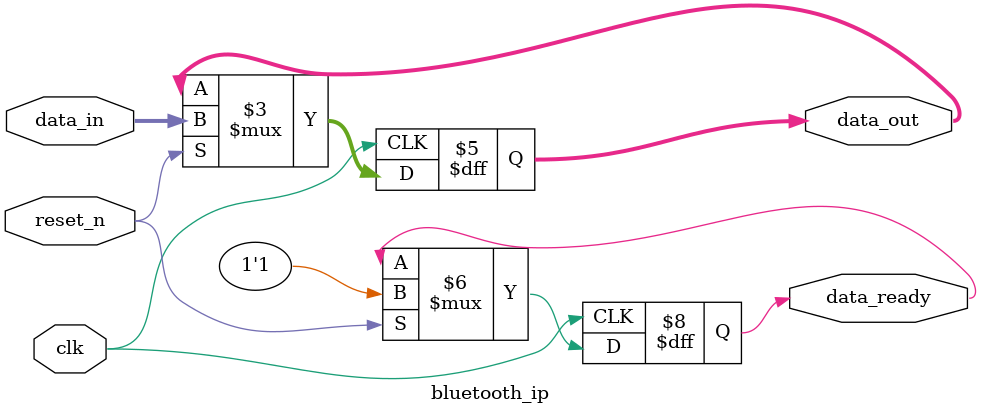
<source format=v>
module bluetooth_ip (
    input wire clk,
    input wire reset_n,
    input wire [31:0] data_in,
    output wire [31:0] data_out,
    output wire data_ready
);
    // Placeholder for Bluetooth communication module
    // Example: Transfer data over Bluetooth interface

    always @(posedge clk or negedge reset_n) begin
        if (~reset_n) begin
            // Reset logic
        end else begin
            data_out <= data_in; // Dummy pass-through for now
            data_ready <= 1'b1;
        end
    end
endmodule

</source>
